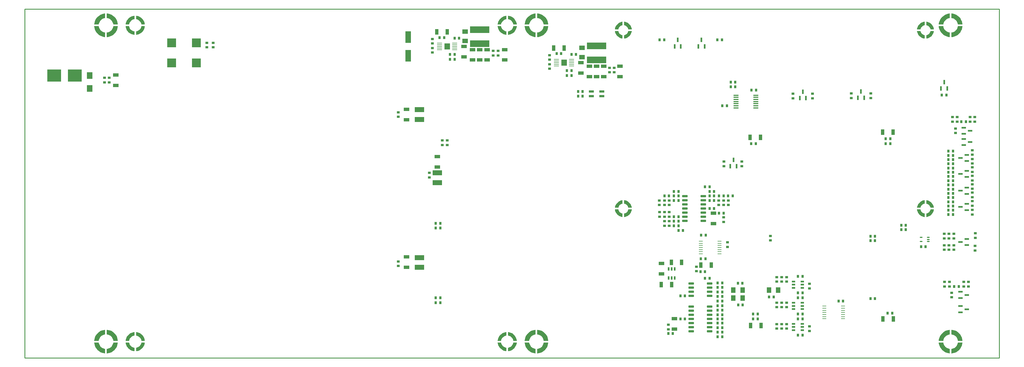
<source format=gtp>
G04 Layer_Color=10723209*
%FSLAX43Y43*%
%MOMM*%
G71*
G01*
G75*
%ADD10R,2.700X2.700*%
%ADD11O,0.800X0.400*%
%ADD13R,6.000X2.000*%
%ADD14R,0.600X1.000*%
%ADD15R,1.350X0.600*%
%ADD16R,1.800X1.340*%
%ADD17R,1.800X2.000*%
%ADD18R,0.900X0.800*%
%ADD20R,4.240X3.810*%
%ADD21R,0.800X0.900*%
%ADD22R,1.800X3.550*%
G04:AMPARAMS|DCode=24|XSize=0.65mm|YSize=1.65mm|CornerRadius=0.049mm|HoleSize=0mm|Usage=FLASHONLY|Rotation=90.000|XOffset=0mm|YOffset=0mm|HoleType=Round|Shape=RoundedRectangle|*
%AMROUNDEDRECTD24*
21,1,0.650,1.552,0,0,90.0*
21,1,0.552,1.650,0,0,90.0*
1,1,0.098,0.776,0.276*
1,1,0.098,0.776,-0.276*
1,1,0.098,-0.776,-0.276*
1,1,0.098,-0.776,0.276*
%
%ADD24ROUNDEDRECTD24*%
%ADD25R,2.900X1.500*%
%ADD26R,1.000X1.700*%
%ADD27R,1.600X0.800*%
%ADD28R,1.700X1.000*%
G04:AMPARAMS|DCode=30|XSize=1.73mm|YSize=1.9mm|CornerRadius=0.052mm|HoleSize=0mm|Usage=FLASHONLY|Rotation=0.000|XOffset=0mm|YOffset=0mm|HoleType=Round|Shape=RoundedRectangle|*
%AMROUNDEDRECTD30*
21,1,1.730,1.796,0,0,0.0*
21,1,1.626,1.900,0,0,0.0*
1,1,0.104,0.813,-0.898*
1,1,0.104,-0.813,-0.898*
1,1,0.104,-0.813,0.898*
1,1,0.104,0.813,0.898*
%
%ADD30ROUNDEDRECTD30*%
%ADD31R,1.340X1.800*%
%ADD32R,0.600X1.350*%
%ADD33R,1.000X0.600*%
%ADD42C,0.254*%
%ADD83O,1.300X0.250*%
G04:AMPARAMS|DCode=84|XSize=0.35mm|YSize=1.5mm|CornerRadius=0mm|HoleSize=0mm|Usage=FLASHONLY|Rotation=90.000|XOffset=0mm|YOffset=0mm|HoleType=Round|Shape=RoundedRectangle|*
%AMROUNDEDRECTD84*
21,1,0.350,1.500,0,0,90.0*
21,1,0.350,1.500,0,0,90.0*
1,1,0.000,0.750,0.175*
1,1,0.000,0.750,-0.175*
1,1,0.000,-0.750,-0.175*
1,1,0.000,-0.750,0.175*
%
%ADD84ROUNDEDRECTD84*%
G04:AMPARAMS|DCode=85|XSize=0.2mm|YSize=1.45mm|CornerRadius=0mm|HoleSize=0mm|Usage=FLASHONLY|Rotation=90.000|XOffset=0mm|YOffset=0mm|HoleType=Round|Shape=RoundedRectangle|*
%AMROUNDEDRECTD85*
21,1,0.200,1.450,0,0,90.0*
21,1,0.200,1.450,0,0,90.0*
1,1,0.000,0.725,0.100*
1,1,0.000,0.725,-0.100*
1,1,0.000,-0.725,-0.100*
1,1,0.000,-0.725,0.100*
%
%ADD85ROUNDEDRECTD85*%
G36*
X157250Y8641D02*
Y7236D01*
X157250D01*
Y7236D01*
X157063Y7207D01*
X156699Y7103D01*
X156358Y6938D01*
X156049Y6719D01*
X155781Y6452D01*
X155562Y6143D01*
X155398Y5801D01*
X155293Y5437D01*
X155264Y5250D01*
Y5250D01*
X153859D01*
X153874Y5468D01*
X153955Y5897D01*
X154087Y6313D01*
X154268Y6710D01*
X154495Y7083D01*
X154765Y7427D01*
X155074Y7735D01*
X155417Y8005D01*
X155790Y8232D01*
X156187Y8413D01*
X156603Y8545D01*
X157032Y8626D01*
X157250Y8641D01*
D01*
X157250D01*
X157250D01*
D02*
G37*
G36*
X182720Y45750D02*
X182744Y45632D01*
X182820Y45402D01*
X182930Y45188D01*
X183072Y44993D01*
X183243Y44822D01*
X183438Y44680D01*
X183652Y44570D01*
X183882Y44494D01*
X184000Y44470D01*
X184000Y44470D01*
X184000D01*
X184000Y43412D01*
X183777Y43434D01*
X183344Y43553D01*
X182938Y43744D01*
X182570Y44003D01*
X182253Y44320D01*
X181994Y44688D01*
X181803Y45094D01*
X181684Y45527D01*
X181662Y45750D01*
Y45750D01*
X182721D01*
X182720Y45750D01*
D02*
G37*
G36*
X275720D02*
X275744Y45632D01*
X275820Y45402D01*
X275930Y45188D01*
X276072Y44993D01*
X276243Y44822D01*
X276438Y44680D01*
X276652Y44570D01*
X276882Y44494D01*
X277000Y44470D01*
X277000Y44470D01*
X277000D01*
X277000Y43412D01*
X276777Y43434D01*
X276344Y43553D01*
X275938Y43744D01*
X275570Y44003D01*
X275253Y44320D01*
X274994Y44688D01*
X274803Y45094D01*
X274684Y45527D01*
X274662Y45750D01*
Y45750D01*
X275721D01*
X275720Y45750D01*
D02*
G37*
G36*
X149008Y7917D02*
X149509Y7784D01*
X149978Y7566D01*
X150403Y7269D01*
X150769Y6903D01*
X151066Y6478D01*
X151284Y6009D01*
X151417Y5508D01*
X151439Y5250D01*
X151439D01*
X151439Y5250D01*
Y5250D01*
X150383D01*
X150383Y5250D01*
X150357Y5403D01*
X150267Y5699D01*
X150129Y5977D01*
X149949Y6229D01*
X149729Y6449D01*
X149477Y6629D01*
X149200Y6767D01*
X148903Y6857D01*
X148750Y6883D01*
X148750Y6883D01*
X148750D01*
X148750Y7939D01*
X149008Y7917D01*
D02*
G37*
G36*
X33750Y6883D02*
X33750Y6883D01*
X33597Y6857D01*
X33301Y6767D01*
X33023Y6629D01*
X32771Y6449D01*
X32551Y6229D01*
X32371Y5977D01*
X32233Y5700D01*
X32143Y5403D01*
X32117Y5250D01*
Y5250D01*
X31061Y5250D01*
X31083Y5508D01*
X31216Y6009D01*
X31434Y6478D01*
X31731Y6903D01*
X32097Y7269D01*
X32522Y7566D01*
X32991Y7784D01*
X33492Y7917D01*
X33750Y7939D01*
Y6883D01*
D02*
G37*
G36*
X34508Y7917D02*
X35009Y7784D01*
X35478Y7566D01*
X35903Y7269D01*
X36269Y6903D01*
X36566Y6478D01*
X36784Y6009D01*
X36917Y5508D01*
X36939Y5250D01*
X36939D01*
X36939Y5250D01*
Y5250D01*
X35883D01*
X35883Y5250D01*
X35857Y5403D01*
X35767Y5699D01*
X35629Y5977D01*
X35449Y6229D01*
X35229Y6449D01*
X34977Y6629D01*
X34700Y6767D01*
X34403Y6857D01*
X34250Y6883D01*
X34250Y6883D01*
X34250D01*
X34250Y7939D01*
X34508Y7917D01*
D02*
G37*
G36*
X148250Y6883D02*
X148250Y6883D01*
X148097Y6857D01*
X147801Y6767D01*
X147523Y6629D01*
X147271Y6449D01*
X147051Y6229D01*
X146871Y5977D01*
X146733Y5700D01*
X146643Y5403D01*
X146617Y5250D01*
Y5250D01*
X145561Y5250D01*
X145583Y5508D01*
X145716Y6009D01*
X145934Y6478D01*
X146231Y6903D01*
X146597Y7269D01*
X147022Y7566D01*
X147491Y7784D01*
X147992Y7917D01*
X148250Y7939D01*
Y6883D01*
D02*
G37*
G36*
X184000Y47529D02*
X184000Y47530D01*
X183882Y47506D01*
X183652Y47430D01*
X183438Y47320D01*
X183243Y47178D01*
X183072Y47007D01*
X182930Y46812D01*
X182820Y46598D01*
X182744Y46368D01*
X182720Y46250D01*
X182720D01*
Y46250D01*
X181662D01*
X181684Y46473D01*
X181803Y46906D01*
X181994Y47312D01*
X182253Y47680D01*
X182570Y47997D01*
X182938Y48256D01*
X183344Y48447D01*
X183777Y48566D01*
X184000Y48588D01*
Y48588D01*
X184000D01*
Y47529D01*
D02*
G37*
G36*
X277000D02*
X277000Y47530D01*
X276882Y47506D01*
X276652Y47430D01*
X276438Y47320D01*
X276243Y47178D01*
X276072Y47007D01*
X275930Y46812D01*
X275820Y46598D01*
X275744Y46368D01*
X275720Y46250D01*
X275720D01*
Y46250D01*
X274662D01*
X274684Y46473D01*
X274803Y46906D01*
X274994Y47312D01*
X275253Y47680D01*
X275570Y47997D01*
X275938Y48256D01*
X276344Y48447D01*
X276777Y48566D01*
X277000Y48588D01*
Y48588D01*
X277000D01*
Y47529D01*
D02*
G37*
G36*
X182720Y100750D02*
X182744Y100632D01*
X182820Y100402D01*
X182930Y100188D01*
X183072Y99993D01*
X183243Y99822D01*
X183438Y99680D01*
X183652Y99570D01*
X183882Y99494D01*
X184000Y99470D01*
X184000Y99470D01*
X184000D01*
X184000Y98412D01*
X183777Y98434D01*
X183344Y98553D01*
X182938Y98744D01*
X182570Y99003D01*
X182253Y99320D01*
X181994Y99687D01*
X181803Y100094D01*
X181684Y100527D01*
X181662Y100750D01*
Y100750D01*
X182721D01*
X182720Y100750D01*
D02*
G37*
G36*
X277723Y48566D02*
X278156Y48447D01*
X278562Y48256D01*
X278930Y47997D01*
X279247Y47680D01*
X279506Y47312D01*
X279697Y46906D01*
X279816Y46473D01*
X279838Y46250D01*
X279838Y46250D01*
Y46250D01*
X278779D01*
X278780Y46250D01*
X278756Y46368D01*
X278680Y46598D01*
X278570Y46812D01*
X278428Y47007D01*
X278257Y47178D01*
X278062Y47320D01*
X277848Y47430D01*
X277618Y47506D01*
X277500Y47530D01*
X277500D01*
Y48588D01*
X277723Y48566D01*
D02*
G37*
G36*
X186838Y45750D02*
X186816Y45527D01*
X186697Y45094D01*
X186506Y44688D01*
X186247Y44320D01*
X185930Y44003D01*
X185562Y43744D01*
X185156Y43553D01*
X184723Y43434D01*
X184500Y43412D01*
X184500D01*
Y44471D01*
X184500Y44470D01*
X184618Y44494D01*
X184848Y44570D01*
X185062Y44680D01*
X185257Y44822D01*
X185428Y44993D01*
X185570Y45188D01*
X185680Y45402D01*
X185756Y45632D01*
X185780Y45750D01*
Y45750D01*
Y45750D01*
X186838Y45750D01*
D02*
G37*
G36*
X279838D02*
X279816Y45527D01*
X279697Y45094D01*
X279506Y44688D01*
X279247Y44320D01*
X278930Y44003D01*
X278562Y43744D01*
X278156Y43553D01*
X277723Y43434D01*
X277500Y43412D01*
X277500D01*
Y44471D01*
X277500Y44470D01*
X277618Y44494D01*
X277848Y44570D01*
X278062Y44680D01*
X278257Y44822D01*
X278428Y44993D01*
X278570Y45188D01*
X278680Y45402D01*
X278756Y45632D01*
X278780Y45750D01*
Y45750D01*
Y45750D01*
X279838Y45750D01*
D02*
G37*
G36*
X184723Y48566D02*
X185156Y48447D01*
X185562Y48256D01*
X185930Y47997D01*
X186247Y47680D01*
X186506Y47312D01*
X186697Y46906D01*
X186816Y46473D01*
X186838Y46250D01*
X186838Y46250D01*
Y46250D01*
X185779D01*
X185780Y46250D01*
X185756Y46368D01*
X185680Y46598D01*
X185570Y46812D01*
X185428Y47007D01*
X185257Y47178D01*
X185062Y47320D01*
X184848Y47430D01*
X184618Y47506D01*
X184500Y47530D01*
X184500D01*
Y48588D01*
X184723Y48566D01*
D02*
G37*
G36*
X157968Y8626D02*
X158397Y8545D01*
X158813Y8413D01*
X159210Y8232D01*
X159583Y8005D01*
X159927Y7735D01*
X160235Y7426D01*
X160505Y7083D01*
X160732Y6710D01*
X160913Y6313D01*
X161045Y5897D01*
X161126Y5468D01*
X161141Y5250D01*
D01*
Y5250D01*
Y5250D01*
X159736D01*
Y5250D01*
X159736Y5250D01*
X159707Y5437D01*
X159603Y5801D01*
X159438Y6142D01*
X159219Y6451D01*
X158952Y6719D01*
X158643Y6938D01*
X158301Y7102D01*
X157937Y7207D01*
X157750Y7236D01*
X157750Y7236D01*
Y8641D01*
X157968Y8626D01*
D02*
G37*
G36*
X36917Y4492D02*
X36784Y3991D01*
X36566Y3522D01*
X36269Y3097D01*
X35903Y2731D01*
X35478Y2434D01*
X35009Y2216D01*
X34508Y2083D01*
X34250Y2061D01*
D01*
X34250D01*
X34250D01*
Y3117D01*
X34250D01*
X34403Y3143D01*
X34699Y3233D01*
X34977Y3371D01*
X35229Y3551D01*
X35449Y3771D01*
X35629Y4023D01*
X35767Y4300D01*
X35857Y4597D01*
X35883Y4750D01*
X35883D01*
Y4750D01*
X36939D01*
X36917Y4492D01*
D02*
G37*
G36*
X146617Y4750D02*
X146643Y4597D01*
X146733Y4301D01*
X146871Y4023D01*
X147051Y3771D01*
X147271Y3551D01*
X147523Y3371D01*
X147800Y3233D01*
X148097Y3143D01*
X148250Y3117D01*
X148250D01*
Y2061D01*
X147992Y2083D01*
X147491Y2216D01*
X147022Y2434D01*
X146597Y2731D01*
X146231Y3097D01*
X145934Y3522D01*
X145716Y3991D01*
X145583Y4492D01*
X145561Y4750D01*
X146617D01*
Y4750D01*
D02*
G37*
G36*
X151417Y4492D02*
X151284Y3991D01*
X151066Y3522D01*
X150769Y3097D01*
X150403Y2731D01*
X149978Y2434D01*
X149509Y2216D01*
X149008Y2083D01*
X148750Y2061D01*
D01*
X148750D01*
X148750D01*
Y3117D01*
X148750D01*
X148903Y3143D01*
X149199Y3233D01*
X149477Y3371D01*
X149729Y3551D01*
X149949Y3771D01*
X150129Y4023D01*
X150267Y4300D01*
X150357Y4597D01*
X150383Y4750D01*
X150383D01*
Y4750D01*
X151439D01*
X151417Y4492D01*
D02*
G37*
G36*
X32117Y4750D02*
X32143Y4597D01*
X32233Y4301D01*
X32371Y4023D01*
X32551Y3771D01*
X32771Y3551D01*
X33023Y3371D01*
X33300Y3233D01*
X33597Y3143D01*
X33750Y3117D01*
X33750D01*
Y2061D01*
X33492Y2083D01*
X32991Y2216D01*
X32522Y2434D01*
X32097Y2731D01*
X31731Y3097D01*
X31434Y3522D01*
X31216Y3991D01*
X31083Y4492D01*
X31061Y4750D01*
X32117D01*
Y4750D01*
D02*
G37*
G36*
X28641Y4750D02*
X28626Y4532D01*
X28545Y4103D01*
X28413Y3687D01*
X28232Y3290D01*
X28005Y2917D01*
X27735Y2573D01*
X27427Y2265D01*
X27083Y1995D01*
X26710Y1768D01*
X26313Y1587D01*
X25897Y1455D01*
X25468Y1373D01*
X25250Y1359D01*
X25250Y1359D01*
Y2764D01*
X25250D01*
X25437Y2793D01*
X25801Y2897D01*
X26142Y3062D01*
X26451Y3281D01*
X26719Y3548D01*
X26938Y3857D01*
X27102Y4199D01*
X27207Y4563D01*
X27236Y4750D01*
X27236Y4750D01*
X28641D01*
Y4750D01*
D02*
G37*
G36*
X288641D02*
X288626Y4532D01*
X288545Y4103D01*
X288413Y3687D01*
X288232Y3290D01*
X288005Y2917D01*
X287735Y2573D01*
X287427Y2265D01*
X287083Y1995D01*
X286710Y1768D01*
X286313Y1587D01*
X285897Y1455D01*
X285468Y1373D01*
X285250Y1359D01*
X285250Y1359D01*
Y2764D01*
X285250D01*
X285437Y2793D01*
X285801Y2897D01*
X286142Y3062D01*
X286451Y3281D01*
X286719Y3548D01*
X286938Y3857D01*
X287102Y4199D01*
X287207Y4563D01*
X287236Y4750D01*
X287236Y4750D01*
X288641D01*
Y4750D01*
D02*
G37*
G36*
X161141Y4750D02*
X161126Y4532D01*
X161045Y4103D01*
X160913Y3687D01*
X160732Y3290D01*
X160505Y2917D01*
X160235Y2573D01*
X159926Y2265D01*
X159583Y1995D01*
X159210Y1768D01*
X158813Y1587D01*
X158397Y1455D01*
X157968Y1374D01*
X157750Y1359D01*
X157750Y1359D01*
Y2764D01*
X157750D01*
X157937Y2793D01*
X158301Y2897D01*
X158642Y3062D01*
X158951Y3281D01*
X159219Y3548D01*
X159438Y3857D01*
X159602Y4199D01*
X159707Y4563D01*
X159736Y4750D01*
X159736Y4750D01*
X161141D01*
Y4750D01*
D02*
G37*
G36*
X285468Y8626D02*
X285897Y8545D01*
X286313Y8413D01*
X286710Y8232D01*
X287083Y8005D01*
X287427Y7735D01*
X287735Y7426D01*
X288005Y7083D01*
X288232Y6710D01*
X288413Y6313D01*
X288545Y5897D01*
X288626Y5468D01*
X288641Y5250D01*
D01*
Y5250D01*
Y5250D01*
X287236D01*
Y5250D01*
X287236Y5250D01*
X287207Y5437D01*
X287103Y5801D01*
X286938Y6142D01*
X286719Y6451D01*
X286452Y6719D01*
X286143Y6938D01*
X285801Y7102D01*
X285437Y7207D01*
X285250Y7236D01*
X285250Y7236D01*
Y8641D01*
X285468Y8626D01*
D02*
G37*
G36*
X24750Y8641D02*
Y7236D01*
X24750D01*
Y7236D01*
X24563Y7207D01*
X24199Y7102D01*
X23858Y6938D01*
X23549Y6719D01*
X23281Y6452D01*
X23062Y6143D01*
X22898Y5801D01*
X22793Y5437D01*
X22764Y5250D01*
Y5250D01*
X21359D01*
X21374Y5468D01*
X21455Y5897D01*
X21587Y6313D01*
X21768Y6710D01*
X21995Y7083D01*
X22265Y7427D01*
X22573Y7735D01*
X22917Y8005D01*
X23290Y8232D01*
X23687Y8413D01*
X24103Y8545D01*
X24532Y8626D01*
X24750Y8641D01*
D01*
X24750D01*
X24750D01*
D02*
G37*
G36*
X284750D02*
Y7236D01*
X284750D01*
Y7236D01*
X284563Y7207D01*
X284199Y7102D01*
X283858Y6938D01*
X283549Y6719D01*
X283281Y6452D01*
X283062Y6143D01*
X282898Y5801D01*
X282793Y5437D01*
X282764Y5250D01*
Y5250D01*
X281359D01*
X281374Y5468D01*
X281455Y5897D01*
X281587Y6313D01*
X281768Y6710D01*
X281995Y7083D01*
X282265Y7427D01*
X282573Y7735D01*
X282917Y8005D01*
X283290Y8232D01*
X283687Y8413D01*
X284103Y8545D01*
X284532Y8626D01*
X284750Y8641D01*
D01*
X284750D01*
X284750D01*
D02*
G37*
G36*
X25468Y8626D02*
X25897Y8545D01*
X26313Y8413D01*
X26710Y8232D01*
X27083Y8005D01*
X27427Y7735D01*
X27735Y7426D01*
X28005Y7083D01*
X28232Y6710D01*
X28413Y6313D01*
X28545Y5897D01*
X28626Y5468D01*
X28641Y5250D01*
D01*
Y5250D01*
Y5250D01*
X27236D01*
Y5250D01*
X27236Y5250D01*
X27207Y5437D01*
X27103Y5801D01*
X26938Y6142D01*
X26719Y6451D01*
X26452Y6719D01*
X26143Y6938D01*
X25801Y7102D01*
X25437Y7207D01*
X25250Y7236D01*
X25250Y7236D01*
Y8641D01*
X25468Y8626D01*
D02*
G37*
G36*
X22793Y4563D02*
X22897Y4199D01*
X23062Y3858D01*
X23281Y3549D01*
X23548Y3281D01*
X23857Y3062D01*
X24199Y2898D01*
X24563Y2793D01*
X24750Y2764D01*
X24750D01*
Y1359D01*
X24750Y1359D01*
X24532Y1374D01*
X24103Y1455D01*
X23687Y1587D01*
X23290Y1768D01*
X22917Y1995D01*
X22573Y2265D01*
X22265Y2573D01*
X21995Y2917D01*
X21768Y3290D01*
X21587Y3687D01*
X21455Y4103D01*
X21374Y4532D01*
X21359Y4750D01*
X21359Y4750D01*
X22764D01*
Y4750D01*
X22793Y4563D01*
D02*
G37*
G36*
X282793D02*
X282897Y4199D01*
X283062Y3858D01*
X283281Y3549D01*
X283548Y3281D01*
X283857Y3062D01*
X284199Y2898D01*
X284563Y2793D01*
X284750Y2764D01*
X284750D01*
Y1359D01*
X284750Y1359D01*
X284532Y1374D01*
X284103Y1455D01*
X283687Y1587D01*
X283290Y1768D01*
X282917Y1995D01*
X282573Y2265D01*
X282265Y2573D01*
X281995Y2917D01*
X281768Y3290D01*
X281587Y3687D01*
X281455Y4103D01*
X281374Y4532D01*
X281359Y4750D01*
X281359Y4750D01*
X282764D01*
Y4750D01*
X282793Y4563D01*
D02*
G37*
G36*
X155293Y4563D02*
X155397Y4199D01*
X155562Y3858D01*
X155781Y3549D01*
X156048Y3281D01*
X156357Y3062D01*
X156699Y2898D01*
X157063Y2793D01*
X157250Y2764D01*
X157250D01*
Y1359D01*
X157250Y1359D01*
X157032Y1374D01*
X156603Y1455D01*
X156187Y1587D01*
X155790Y1768D01*
X155417Y1995D01*
X155073Y2265D01*
X154765Y2573D01*
X154495Y2917D01*
X154268Y3290D01*
X154087Y3687D01*
X153955Y4103D01*
X153874Y4532D01*
X153859Y4750D01*
X153859Y4750D01*
X155264D01*
Y4750D01*
X155293Y4563D01*
D02*
G37*
G36*
X275720Y100750D02*
X275744Y100632D01*
X275820Y100402D01*
X275930Y100188D01*
X276072Y99993D01*
X276243Y99822D01*
X276438Y99680D01*
X276652Y99570D01*
X276882Y99494D01*
X277000Y99470D01*
X277000Y99470D01*
X277000D01*
X277000Y98412D01*
X276777Y98434D01*
X276344Y98553D01*
X275938Y98744D01*
X275570Y99003D01*
X275253Y99320D01*
X274994Y99687D01*
X274803Y100094D01*
X274684Y100527D01*
X274662Y100750D01*
Y100750D01*
X275721D01*
X275720Y100750D01*
D02*
G37*
G36*
X33750Y104383D02*
X33750Y104383D01*
X33597Y104357D01*
X33301Y104267D01*
X33023Y104129D01*
X32771Y103949D01*
X32551Y103729D01*
X32371Y103477D01*
X32233Y103200D01*
X32143Y102903D01*
X32117Y102750D01*
Y102750D01*
X31061Y102750D01*
X31083Y103008D01*
X31216Y103509D01*
X31434Y103978D01*
X31731Y104403D01*
X32097Y104769D01*
X32522Y105066D01*
X32991Y105284D01*
X33492Y105417D01*
X33750Y105439D01*
Y104383D01*
D02*
G37*
G36*
X34508Y105417D02*
X35009Y105284D01*
X35478Y105066D01*
X35903Y104769D01*
X36269Y104403D01*
X36566Y103978D01*
X36784Y103509D01*
X36917Y103008D01*
X36939Y102750D01*
X36939D01*
X36939Y102750D01*
Y102750D01*
X35883D01*
X35883Y102750D01*
X35857Y102903D01*
X35767Y103199D01*
X35629Y103477D01*
X35449Y103729D01*
X35229Y103949D01*
X34977Y104129D01*
X34700Y104267D01*
X34403Y104357D01*
X34250Y104383D01*
X34250Y104383D01*
X34250D01*
X34250Y105439D01*
X34508Y105417D01*
D02*
G37*
G36*
X148250Y104383D02*
X148250Y104383D01*
X148097Y104357D01*
X147801Y104267D01*
X147523Y104129D01*
X147271Y103949D01*
X147051Y103729D01*
X146871Y103477D01*
X146733Y103200D01*
X146643Y102903D01*
X146617Y102750D01*
Y102750D01*
X145561Y102750D01*
X145583Y103008D01*
X145716Y103509D01*
X145934Y103978D01*
X146231Y104403D01*
X146597Y104769D01*
X147022Y105066D01*
X147491Y105284D01*
X147992Y105417D01*
X148250Y105439D01*
Y104383D01*
D02*
G37*
G36*
X285468Y106126D02*
X285897Y106045D01*
X286313Y105913D01*
X286710Y105732D01*
X287083Y105505D01*
X287427Y105235D01*
X287735Y104926D01*
X288005Y104583D01*
X288232Y104210D01*
X288413Y103813D01*
X288545Y103397D01*
X288626Y102968D01*
X288641Y102750D01*
D01*
Y102750D01*
Y102750D01*
X287236D01*
Y102750D01*
X287236Y102750D01*
X287207Y102937D01*
X287103Y103301D01*
X286938Y103642D01*
X286719Y103951D01*
X286452Y104219D01*
X286143Y104438D01*
X285801Y104602D01*
X285437Y104707D01*
X285250Y104736D01*
X285250Y104736D01*
Y106141D01*
X285468Y106126D01*
D02*
G37*
G36*
X277000Y102529D02*
X277000Y102530D01*
X276882Y102506D01*
X276652Y102430D01*
X276438Y102320D01*
X276243Y102178D01*
X276072Y102007D01*
X275930Y101812D01*
X275820Y101598D01*
X275744Y101368D01*
X275720Y101250D01*
X275720D01*
Y101250D01*
X274662D01*
X274684Y101473D01*
X274803Y101906D01*
X274994Y102312D01*
X275253Y102680D01*
X275570Y102997D01*
X275938Y103256D01*
X276344Y103447D01*
X276777Y103566D01*
X277000Y103588D01*
Y103588D01*
X277000D01*
Y102529D01*
D02*
G37*
G36*
X25468Y106126D02*
X25897Y106045D01*
X26313Y105913D01*
X26710Y105732D01*
X27083Y105505D01*
X27427Y105235D01*
X27735Y104926D01*
X28005Y104583D01*
X28232Y104210D01*
X28413Y103813D01*
X28545Y103397D01*
X28626Y102968D01*
X28641Y102750D01*
D01*
Y102750D01*
Y102750D01*
X27236D01*
Y102750D01*
X27236Y102750D01*
X27207Y102937D01*
X27103Y103301D01*
X26938Y103642D01*
X26719Y103951D01*
X26452Y104219D01*
X26143Y104438D01*
X25801Y104602D01*
X25437Y104707D01*
X25250Y104736D01*
X25250Y104736D01*
Y106141D01*
X25468Y106126D01*
D02*
G37*
G36*
X157968D02*
X158397Y106045D01*
X158813Y105913D01*
X159210Y105732D01*
X159583Y105505D01*
X159927Y105235D01*
X160235Y104926D01*
X160505Y104583D01*
X160732Y104210D01*
X160913Y103813D01*
X161045Y103397D01*
X161126Y102968D01*
X161141Y102750D01*
D01*
Y102750D01*
Y102750D01*
X159736D01*
Y102750D01*
X159736Y102750D01*
X159707Y102937D01*
X159603Y103301D01*
X159438Y103642D01*
X159219Y103951D01*
X158952Y104219D01*
X158643Y104438D01*
X158301Y104602D01*
X157937Y104707D01*
X157750Y104736D01*
X157750Y104736D01*
Y106141D01*
X157968Y106126D01*
D02*
G37*
G36*
X24750Y106141D02*
D01*
X24750D01*
X24750D01*
D02*
G37*
G36*
X157250D02*
D01*
X157250D01*
X157250D01*
D02*
G37*
G36*
X284750D02*
D01*
X284750D01*
X284750D01*
D02*
G37*
G36*
Y104736D02*
X284750D01*
Y104736D01*
X284563Y104707D01*
X284199Y104603D01*
X283858Y104438D01*
X283549Y104219D01*
X283281Y103952D01*
X283062Y103643D01*
X282898Y103301D01*
X282793Y102937D01*
X282764Y102750D01*
Y102750D01*
X281359D01*
X281374Y102968D01*
X281455Y103397D01*
X281587Y103813D01*
X281768Y104210D01*
X281995Y104583D01*
X282265Y104927D01*
X282573Y105235D01*
X282917Y105505D01*
X283290Y105732D01*
X283687Y105913D01*
X284103Y106045D01*
X284532Y106126D01*
X284750Y106141D01*
Y104736D01*
D02*
G37*
G36*
X149008Y105417D02*
X149509Y105284D01*
X149978Y105066D01*
X150403Y104769D01*
X150769Y104403D01*
X151066Y103978D01*
X151284Y103509D01*
X151417Y103008D01*
X151439Y102750D01*
X151439D01*
X151439Y102750D01*
Y102750D01*
X150383D01*
X150383Y102750D01*
X150357Y102903D01*
X150267Y103199D01*
X150129Y103477D01*
X149949Y103729D01*
X149729Y103949D01*
X149477Y104129D01*
X149200Y104267D01*
X148903Y104357D01*
X148750Y104383D01*
X148750Y104383D01*
X148750D01*
X148750Y105439D01*
X149008Y105417D01*
D02*
G37*
G36*
X24750Y104736D02*
X24750D01*
Y104736D01*
X24563Y104707D01*
X24199Y104603D01*
X23858Y104438D01*
X23549Y104219D01*
X23281Y103952D01*
X23062Y103643D01*
X22898Y103301D01*
X22793Y102937D01*
X22764Y102750D01*
Y102750D01*
X21359D01*
X21374Y102968D01*
X21455Y103397D01*
X21587Y103813D01*
X21768Y104210D01*
X21995Y104583D01*
X22265Y104927D01*
X22573Y105235D01*
X22917Y105505D01*
X23290Y105732D01*
X23687Y105913D01*
X24103Y106045D01*
X24532Y106126D01*
X24750Y106141D01*
Y104736D01*
D02*
G37*
G36*
X157250D02*
X157250D01*
Y104736D01*
X157063Y104707D01*
X156699Y104603D01*
X156358Y104438D01*
X156049Y104219D01*
X155781Y103952D01*
X155562Y103643D01*
X155398Y103301D01*
X155293Y102937D01*
X155264Y102750D01*
Y102750D01*
X153859D01*
X153874Y102968D01*
X153955Y103397D01*
X154087Y103813D01*
X154268Y104210D01*
X154495Y104583D01*
X154765Y104927D01*
X155074Y105235D01*
X155417Y105505D01*
X155790Y105732D01*
X156187Y105913D01*
X156603Y106045D01*
X157032Y106126D01*
X157250Y106141D01*
Y104736D01*
D02*
G37*
G36*
X184000Y102529D02*
X184000Y102530D01*
X183882Y102506D01*
X183652Y102430D01*
X183438Y102320D01*
X183243Y102178D01*
X183072Y102007D01*
X182930Y101812D01*
X182820Y101598D01*
X182744Y101368D01*
X182720Y101250D01*
X182720D01*
Y101250D01*
X181662D01*
X181684Y101473D01*
X181803Y101906D01*
X181994Y102312D01*
X182253Y102680D01*
X182570Y102997D01*
X182938Y103256D01*
X183344Y103447D01*
X183777Y103566D01*
X184000Y103588D01*
Y103588D01*
X184000D01*
Y102529D01*
D02*
G37*
G36*
X279838Y100750D02*
X279816Y100527D01*
X279697Y100094D01*
X279506Y99688D01*
X279247Y99320D01*
X278930Y99003D01*
X278562Y98744D01*
X278156Y98553D01*
X277723Y98434D01*
X277500Y98412D01*
X277500D01*
Y99471D01*
X277500Y99470D01*
X277618Y99494D01*
X277848Y99570D01*
X278062Y99680D01*
X278257Y99822D01*
X278428Y99993D01*
X278570Y100188D01*
X278680Y100402D01*
X278756Y100632D01*
X278780Y100750D01*
Y100750D01*
Y100750D01*
X279838Y100750D01*
D02*
G37*
G36*
X32117Y102250D02*
X32143Y102097D01*
X32233Y101801D01*
X32371Y101523D01*
X32551Y101271D01*
X32771Y101051D01*
X33023Y100871D01*
X33300Y100733D01*
X33597Y100643D01*
X33750Y100617D01*
X33750D01*
Y99561D01*
X33492Y99583D01*
X32991Y99716D01*
X32522Y99934D01*
X32097Y100231D01*
X31731Y100597D01*
X31434Y101022D01*
X31216Y101491D01*
X31083Y101992D01*
X31061Y102250D01*
X32117D01*
Y102250D01*
D02*
G37*
G36*
X36917Y101992D02*
X36784Y101491D01*
X36566Y101022D01*
X36269Y100597D01*
X35903Y100231D01*
X35478Y99934D01*
X35009Y99716D01*
X34508Y99583D01*
X34250Y99561D01*
D01*
X34250D01*
X34250D01*
Y100617D01*
X34250D01*
X34403Y100643D01*
X34699Y100733D01*
X34977Y100871D01*
X35229Y101051D01*
X35449Y101271D01*
X35629Y101523D01*
X35767Y101800D01*
X35857Y102097D01*
X35883Y102250D01*
X35883D01*
Y102250D01*
X36939D01*
X36917Y101992D01*
D02*
G37*
G36*
X186838Y100750D02*
X186816Y100527D01*
X186697Y100094D01*
X186506Y99688D01*
X186247Y99320D01*
X185930Y99003D01*
X185562Y98744D01*
X185156Y98553D01*
X184723Y98434D01*
X184500Y98412D01*
X184500D01*
Y99471D01*
X184500Y99470D01*
X184618Y99494D01*
X184848Y99570D01*
X185062Y99680D01*
X185257Y99822D01*
X185428Y99993D01*
X185570Y100188D01*
X185680Y100402D01*
X185756Y100632D01*
X185780Y100750D01*
Y100750D01*
Y100750D01*
X186838Y100750D01*
D02*
G37*
G36*
X28641Y102250D02*
X28626Y102032D01*
X28545Y101603D01*
X28413Y101187D01*
X28232Y100790D01*
X28005Y100417D01*
X27735Y100073D01*
X27427Y99765D01*
X27083Y99495D01*
X26710Y99268D01*
X26313Y99087D01*
X25897Y98955D01*
X25468Y98874D01*
X25250Y98859D01*
X25250Y98859D01*
Y100264D01*
X25250D01*
X25437Y100293D01*
X25801Y100397D01*
X26142Y100562D01*
X26451Y100781D01*
X26719Y101048D01*
X26938Y101357D01*
X27102Y101699D01*
X27207Y102063D01*
X27236Y102250D01*
X27236Y102250D01*
X28641D01*
Y102250D01*
D02*
G37*
G36*
X161141D02*
X161126Y102032D01*
X161045Y101603D01*
X160913Y101187D01*
X160732Y100790D01*
X160505Y100417D01*
X160235Y100073D01*
X159926Y99765D01*
X159583Y99495D01*
X159210Y99268D01*
X158813Y99087D01*
X158397Y98955D01*
X157968Y98874D01*
X157750Y98859D01*
X157750Y98859D01*
Y100264D01*
X157750D01*
X157937Y100293D01*
X158301Y100397D01*
X158642Y100562D01*
X158951Y100781D01*
X159219Y101048D01*
X159438Y101357D01*
X159602Y101699D01*
X159707Y102063D01*
X159736Y102250D01*
X159736Y102250D01*
X161141D01*
Y102250D01*
D02*
G37*
G36*
X288641D02*
X288626Y102032D01*
X288545Y101603D01*
X288413Y101187D01*
X288232Y100790D01*
X288005Y100417D01*
X287735Y100073D01*
X287427Y99765D01*
X287083Y99495D01*
X286710Y99268D01*
X286313Y99087D01*
X285897Y98955D01*
X285468Y98874D01*
X285250Y98859D01*
X285250Y98859D01*
Y100264D01*
X285250D01*
X285437Y100293D01*
X285801Y100397D01*
X286142Y100562D01*
X286451Y100781D01*
X286719Y101048D01*
X286938Y101357D01*
X287102Y101699D01*
X287207Y102063D01*
X287236Y102250D01*
X287236Y102250D01*
X288641D01*
Y102250D01*
D02*
G37*
G36*
X22793Y102063D02*
X22897Y101699D01*
X23062Y101358D01*
X23281Y101049D01*
X23548Y100781D01*
X23857Y100562D01*
X24199Y100398D01*
X24563Y100293D01*
X24750Y100264D01*
X24750D01*
Y98859D01*
X24750Y98859D01*
X24532Y98874D01*
X24103Y98955D01*
X23687Y99087D01*
X23290Y99268D01*
X22917Y99495D01*
X22573Y99765D01*
X22265Y100074D01*
X21995Y100417D01*
X21768Y100790D01*
X21587Y101187D01*
X21455Y101603D01*
X21374Y102032D01*
X21359Y102250D01*
X21359Y102250D01*
X22764D01*
Y102250D01*
X22793Y102063D01*
D02*
G37*
G36*
X155293D02*
X155397Y101699D01*
X155562Y101358D01*
X155781Y101049D01*
X156048Y100781D01*
X156357Y100562D01*
X156699Y100398D01*
X157063Y100293D01*
X157250Y100264D01*
X157250D01*
Y98859D01*
X157250Y98859D01*
X157032Y98874D01*
X156603Y98955D01*
X156187Y99087D01*
X155790Y99268D01*
X155417Y99495D01*
X155073Y99765D01*
X154765Y100074D01*
X154495Y100417D01*
X154268Y100790D01*
X154087Y101187D01*
X153955Y101603D01*
X153874Y102032D01*
X153859Y102250D01*
X153859Y102250D01*
X155264D01*
Y102250D01*
X155293Y102063D01*
D02*
G37*
G36*
X282793D02*
X282897Y101699D01*
X283062Y101358D01*
X283281Y101049D01*
X283548Y100781D01*
X283857Y100562D01*
X284199Y100398D01*
X284563Y100293D01*
X284750Y100264D01*
X284750D01*
Y98859D01*
X284750Y98859D01*
X284532Y98874D01*
X284103Y98955D01*
X283687Y99087D01*
X283290Y99268D01*
X282917Y99495D01*
X282573Y99765D01*
X282265Y100074D01*
X281995Y100417D01*
X281768Y100790D01*
X281587Y101187D01*
X281455Y101603D01*
X281374Y102032D01*
X281359Y102250D01*
X281359Y102250D01*
X282764D01*
Y102250D01*
X282793Y102063D01*
D02*
G37*
G36*
X277723Y103566D02*
X278156Y103447D01*
X278562Y103256D01*
X278930Y102997D01*
X279247Y102680D01*
X279506Y102312D01*
X279697Y101906D01*
X279816Y101473D01*
X279838Y101250D01*
X279838Y101250D01*
Y101250D01*
X278779D01*
X278780Y101250D01*
X278756Y101368D01*
X278680Y101598D01*
X278570Y101812D01*
X278428Y102007D01*
X278257Y102178D01*
X278062Y102320D01*
X277848Y102430D01*
X277618Y102506D01*
X277500Y102530D01*
X277500D01*
Y103588D01*
X277723Y103566D01*
D02*
G37*
G36*
X146617Y102250D02*
X146643Y102097D01*
X146733Y101801D01*
X146871Y101523D01*
X147051Y101271D01*
X147271Y101051D01*
X147523Y100871D01*
X147800Y100733D01*
X148097Y100643D01*
X148250Y100617D01*
X148250D01*
Y99561D01*
X147992Y99583D01*
X147491Y99716D01*
X147022Y99934D01*
X146597Y100231D01*
X146231Y100597D01*
X145934Y101022D01*
X145716Y101491D01*
X145583Y101992D01*
X145561Y102250D01*
X146617D01*
Y102250D01*
D02*
G37*
G36*
X151417Y101992D02*
X151284Y101491D01*
X151066Y101022D01*
X150769Y100597D01*
X150403Y100231D01*
X149978Y99934D01*
X149509Y99716D01*
X149008Y99583D01*
X148750Y99561D01*
D01*
X148750D01*
X148750D01*
Y100617D01*
X148750D01*
X148903Y100643D01*
X149199Y100733D01*
X149477Y100871D01*
X149729Y101051D01*
X149949Y101271D01*
X150129Y101523D01*
X150267Y101800D01*
X150357Y102097D01*
X150383Y102250D01*
X150383D01*
Y102250D01*
X151439D01*
X151417Y101992D01*
D02*
G37*
G36*
X184723Y103566D02*
X185156Y103447D01*
X185562Y103256D01*
X185930Y102997D01*
X186247Y102680D01*
X186506Y102312D01*
X186697Y101906D01*
X186816Y101473D01*
X186838Y101250D01*
X186838Y101250D01*
Y101250D01*
X185779D01*
X185780Y101250D01*
X185756Y101368D01*
X185680Y101598D01*
X185570Y101812D01*
X185428Y102007D01*
X185257Y102178D01*
X185062Y102320D01*
X184848Y102430D01*
X184618Y102506D01*
X184500Y102530D01*
X184500D01*
Y103588D01*
X184723Y103566D01*
D02*
G37*
D10*
X45190Y97110D02*
D03*
X52810D02*
D03*
Y90890D02*
D03*
X45190D02*
D03*
D11*
X278100Y35850D02*
D03*
Y36500D02*
D03*
X275900Y35850D02*
D03*
Y37150D02*
D03*
X278100D02*
D03*
D13*
X176000Y96150D02*
D03*
Y91850D02*
D03*
X140000Y101150D02*
D03*
Y96850D02*
D03*
D14*
X198150Y27375D02*
D03*
X199100D02*
D03*
X200050D02*
D03*
Y24625D02*
D03*
X199100D02*
D03*
X198150D02*
D03*
D15*
X288025Y20350D02*
D03*
Y18450D02*
D03*
X289975Y19400D02*
D03*
X288025Y61600D02*
D03*
X289975Y62550D02*
D03*
Y60650D02*
D03*
X288025Y56700D02*
D03*
X289975Y57650D02*
D03*
Y55750D02*
D03*
X288025Y51500D02*
D03*
X289975Y52450D02*
D03*
Y50550D02*
D03*
X288025Y46500D02*
D03*
X289975Y47450D02*
D03*
Y45550D02*
D03*
X289975Y34750D02*
D03*
Y36650D02*
D03*
X288025Y35700D02*
D03*
X289025Y70950D02*
D03*
Y69050D02*
D03*
X290975Y70000D02*
D03*
X289025Y67450D02*
D03*
Y65550D02*
D03*
X290975Y66500D02*
D03*
X288025Y15950D02*
D03*
Y14050D02*
D03*
X289975Y15000D02*
D03*
D16*
X171500Y92670D02*
D03*
Y95530D02*
D03*
X135500Y100530D02*
D03*
Y97670D02*
D03*
D17*
X20000Y87000D02*
D03*
Y83000D02*
D03*
D18*
X241500Y9700D02*
D03*
Y8300D02*
D03*
X291700Y62600D02*
D03*
Y64000D02*
D03*
X229500Y37600D02*
D03*
Y36200D02*
D03*
X233000Y9000D02*
D03*
Y10400D02*
D03*
X231500D02*
D03*
Y9000D02*
D03*
X233000Y15600D02*
D03*
Y17000D02*
D03*
X231500D02*
D03*
Y15600D02*
D03*
X234500Y9000D02*
D03*
Y10400D02*
D03*
Y15600D02*
D03*
Y17000D02*
D03*
X233000Y24900D02*
D03*
Y23500D02*
D03*
X231500D02*
D03*
Y24900D02*
D03*
X286000Y33300D02*
D03*
Y34700D02*
D03*
Y38200D02*
D03*
Y36800D02*
D03*
X216600Y47100D02*
D03*
Y48500D02*
D03*
X195400Y44900D02*
D03*
Y43500D02*
D03*
X254400Y81500D02*
D03*
Y80100D02*
D03*
X260400Y81500D02*
D03*
Y80100D02*
D03*
X125500Y98300D02*
D03*
Y96900D02*
D03*
X161500Y93300D02*
D03*
Y91900D02*
D03*
X128500Y65600D02*
D03*
Y67000D02*
D03*
X215100Y48500D02*
D03*
Y47100D02*
D03*
X196900Y48500D02*
D03*
Y47100D02*
D03*
X195300D02*
D03*
Y48500D02*
D03*
X196900Y43500D02*
D03*
Y44900D02*
D03*
Y40700D02*
D03*
Y42100D02*
D03*
X206700Y28100D02*
D03*
Y26700D02*
D03*
X125500Y95500D02*
D03*
Y94100D02*
D03*
X144200Y94600D02*
D03*
Y93200D02*
D03*
X161500Y89100D02*
D03*
Y90500D02*
D03*
X180000Y88000D02*
D03*
Y89400D02*
D03*
X58000Y95700D02*
D03*
Y97100D02*
D03*
X26000Y84900D02*
D03*
Y86300D02*
D03*
X220730Y60470D02*
D03*
Y59070D02*
D03*
X215230Y60470D02*
D03*
Y59070D02*
D03*
X215100Y41900D02*
D03*
Y43300D02*
D03*
X115000Y75700D02*
D03*
Y74300D02*
D03*
X213600Y48500D02*
D03*
Y47100D02*
D03*
X124500Y55600D02*
D03*
Y57000D02*
D03*
X198400Y48500D02*
D03*
Y47100D02*
D03*
X115000Y29700D02*
D03*
Y28300D02*
D03*
X198400Y43500D02*
D03*
Y44900D02*
D03*
Y40700D02*
D03*
Y42100D02*
D03*
X198100Y10200D02*
D03*
Y8800D02*
D03*
X291000Y72800D02*
D03*
Y74200D02*
D03*
X285600Y72800D02*
D03*
Y74200D02*
D03*
X284500Y38200D02*
D03*
Y36800D02*
D03*
Y33300D02*
D03*
Y34700D02*
D03*
X283000Y38200D02*
D03*
Y36800D02*
D03*
Y34700D02*
D03*
Y33300D02*
D03*
X286500Y70700D02*
D03*
Y69300D02*
D03*
X216300Y35600D02*
D03*
Y34200D02*
D03*
X236500Y80000D02*
D03*
Y81400D02*
D03*
X285296Y20044D02*
D03*
Y18644D02*
D03*
X234500Y23500D02*
D03*
Y24900D02*
D03*
X130000Y67000D02*
D03*
Y65600D02*
D03*
X24500Y86300D02*
D03*
Y84900D02*
D03*
X56000Y97100D02*
D03*
Y95700D02*
D03*
X181400Y89400D02*
D03*
Y88000D02*
D03*
X145700Y94600D02*
D03*
Y93200D02*
D03*
X287000Y72800D02*
D03*
Y74200D02*
D03*
X292400Y72800D02*
D03*
Y74200D02*
D03*
X292600Y37000D02*
D03*
Y38400D02*
D03*
X292500Y34500D02*
D03*
Y33100D02*
D03*
X283100Y22000D02*
D03*
Y23400D02*
D03*
X284600Y22000D02*
D03*
Y23400D02*
D03*
X289000Y22000D02*
D03*
Y23400D02*
D03*
X290500Y22000D02*
D03*
Y23400D02*
D03*
X291700Y45600D02*
D03*
Y44200D02*
D03*
Y46900D02*
D03*
Y48300D02*
D03*
Y50900D02*
D03*
Y49500D02*
D03*
Y52100D02*
D03*
Y53500D02*
D03*
Y56100D02*
D03*
Y54700D02*
D03*
Y57300D02*
D03*
Y58700D02*
D03*
Y61300D02*
D03*
Y59900D02*
D03*
X242500Y80000D02*
D03*
Y81400D02*
D03*
X241500Y22800D02*
D03*
Y21400D02*
D03*
D20*
X9015Y87000D02*
D03*
X15385D02*
D03*
D21*
X286100Y22000D02*
D03*
X287500D02*
D03*
X238000Y7000D02*
D03*
X239400D02*
D03*
X238000Y13500D02*
D03*
X239400D02*
D03*
X238000Y20000D02*
D03*
X239400D02*
D03*
X260300Y36100D02*
D03*
X261700D02*
D03*
X271200Y39500D02*
D03*
X269800D02*
D03*
X261700Y37500D02*
D03*
X260300D02*
D03*
X269800Y40900D02*
D03*
X271200D02*
D03*
X218700Y85000D02*
D03*
X217300D02*
D03*
X218700Y83500D02*
D03*
X217300D02*
D03*
X216100Y77700D02*
D03*
X214700D02*
D03*
X170300Y80700D02*
D03*
X171700D02*
D03*
X170300Y82100D02*
D03*
X171700D02*
D03*
X250500Y17500D02*
D03*
X251900D02*
D03*
X238000Y18500D02*
D03*
X239400D02*
D03*
X210800Y52700D02*
D03*
X209400D02*
D03*
X201200Y39300D02*
D03*
X202600D02*
D03*
X209400Y24500D02*
D03*
X210800D02*
D03*
X285700Y52000D02*
D03*
X284300D02*
D03*
X285700Y50700D02*
D03*
X284300D02*
D03*
X285700Y46800D02*
D03*
X284300D02*
D03*
X285700Y45500D02*
D03*
X284300D02*
D03*
X130900Y93500D02*
D03*
X132300D02*
D03*
Y92000D02*
D03*
X130900D02*
D03*
X166900Y88500D02*
D03*
X168300D02*
D03*
Y87000D02*
D03*
X166900D02*
D03*
X212200Y48500D02*
D03*
X210800D02*
D03*
Y49900D02*
D03*
X212200D02*
D03*
X217900D02*
D03*
X216500D02*
D03*
X127900Y41500D02*
D03*
X126500D02*
D03*
X199800Y48500D02*
D03*
X201200D02*
D03*
Y49900D02*
D03*
X199800D02*
D03*
X127900Y18500D02*
D03*
X126500D02*
D03*
X199800Y43500D02*
D03*
X201200D02*
D03*
Y42100D02*
D03*
X199800D02*
D03*
X214700Y9300D02*
D03*
X213300D02*
D03*
X213300Y6500D02*
D03*
X214700D02*
D03*
X214700Y20300D02*
D03*
X213300D02*
D03*
Y23100D02*
D03*
X214700D02*
D03*
X214700Y14700D02*
D03*
X213300D02*
D03*
Y17500D02*
D03*
X214700D02*
D03*
X213700Y44600D02*
D03*
X215100D02*
D03*
X199500Y7500D02*
D03*
X198100D02*
D03*
X223700Y82500D02*
D03*
X225100D02*
D03*
X196800Y98000D02*
D03*
X195400D02*
D03*
X127700Y98700D02*
D03*
X129100D02*
D03*
X133700Y98500D02*
D03*
X132300D02*
D03*
X165100Y93800D02*
D03*
X163700D02*
D03*
X169700Y93500D02*
D03*
X168300D02*
D03*
X238000Y25100D02*
D03*
X239400D02*
D03*
X266400Y67500D02*
D03*
X265000D02*
D03*
X224200Y12000D02*
D03*
X225600D02*
D03*
X212200Y46000D02*
D03*
X210800D02*
D03*
X209500Y30500D02*
D03*
X208100D02*
D03*
X209400Y26600D02*
D03*
X208000D02*
D03*
X213700Y49900D02*
D03*
X215100D02*
D03*
X198300D02*
D03*
X196900D02*
D03*
X209600Y37800D02*
D03*
X208200D02*
D03*
X201800Y12000D02*
D03*
X203200D02*
D03*
X214700Y10700D02*
D03*
X213300D02*
D03*
Y7900D02*
D03*
X214700D02*
D03*
X214700Y18900D02*
D03*
X213300D02*
D03*
Y21700D02*
D03*
X214700D02*
D03*
X214700Y13300D02*
D03*
X213300D02*
D03*
Y16100D02*
D03*
X214700D02*
D03*
X284300Y55900D02*
D03*
X285700D02*
D03*
X284300Y57200D02*
D03*
X285700D02*
D03*
X284300Y61100D02*
D03*
X285700D02*
D03*
X284300Y62400D02*
D03*
X285700D02*
D03*
Y63700D02*
D03*
X284300D02*
D03*
X285700Y59800D02*
D03*
X284300D02*
D03*
X285700Y58500D02*
D03*
X284300D02*
D03*
X285700Y54600D02*
D03*
X284300D02*
D03*
X285700Y53300D02*
D03*
X284300D02*
D03*
X285700Y49400D02*
D03*
X284300D02*
D03*
X285700Y48100D02*
D03*
X284300D02*
D03*
X285700Y44200D02*
D03*
X284300D02*
D03*
X289700Y72800D02*
D03*
X288300D02*
D03*
X229100Y18800D02*
D03*
X230500D02*
D03*
X220900Y23000D02*
D03*
X219500D02*
D03*
X221000Y16300D02*
D03*
X219600D02*
D03*
X260300Y18300D02*
D03*
X261700D02*
D03*
X214600Y98000D02*
D03*
X213200D02*
D03*
X239400Y12000D02*
D03*
X238000D02*
D03*
X203200Y19100D02*
D03*
X201800D02*
D03*
X213300Y12000D02*
D03*
X214700D02*
D03*
X199800Y40700D02*
D03*
X201200D02*
D03*
X126500Y17000D02*
D03*
X127900D02*
D03*
X199800Y51300D02*
D03*
X201200D02*
D03*
X126500Y40000D02*
D03*
X127900D02*
D03*
X212200Y51300D02*
D03*
X210800D02*
D03*
X225600Y13500D02*
D03*
X224200D02*
D03*
X265000Y66000D02*
D03*
X266400D02*
D03*
X223600D02*
D03*
X225000D02*
D03*
X267000Y13800D02*
D03*
X265600D02*
D03*
X275900Y34300D02*
D03*
X277300D02*
D03*
X282300Y81000D02*
D03*
X283700D02*
D03*
D22*
X118000Y98875D02*
D03*
Y93125D02*
D03*
D24*
X205175Y15810D02*
D03*
Y14540D02*
D03*
Y13270D02*
D03*
Y12000D02*
D03*
Y10730D02*
D03*
Y9460D02*
D03*
Y8190D02*
D03*
X210825Y15810D02*
D03*
Y14540D02*
D03*
Y13270D02*
D03*
Y12000D02*
D03*
Y10730D02*
D03*
Y9460D02*
D03*
Y8190D02*
D03*
X205175Y22905D02*
D03*
Y21635D02*
D03*
Y20365D02*
D03*
Y19095D02*
D03*
X210825Y22905D02*
D03*
Y21635D02*
D03*
Y20365D02*
D03*
Y19095D02*
D03*
X208825Y42190D02*
D03*
Y43460D02*
D03*
Y44730D02*
D03*
Y46000D02*
D03*
Y47270D02*
D03*
Y48540D02*
D03*
Y49810D02*
D03*
X203175Y42190D02*
D03*
Y43460D02*
D03*
Y44730D02*
D03*
Y46000D02*
D03*
Y47270D02*
D03*
Y48540D02*
D03*
Y49810D02*
D03*
D25*
X121500Y73500D02*
D03*
Y76500D02*
D03*
Y27900D02*
D03*
Y30900D02*
D03*
X127000Y54000D02*
D03*
Y57000D02*
D03*
D26*
X195900Y22600D02*
D03*
X199100D02*
D03*
X126800Y100500D02*
D03*
X130000D02*
D03*
X162800Y95500D02*
D03*
X166000D02*
D03*
X223230Y67970D02*
D03*
X226430D02*
D03*
X267330Y11970D02*
D03*
X264130D02*
D03*
X264100Y69600D02*
D03*
X267300D02*
D03*
X226600Y10000D02*
D03*
X223400D02*
D03*
X208100Y28600D02*
D03*
X211300D02*
D03*
X202200Y29400D02*
D03*
X199000D02*
D03*
D27*
X177600Y82100D02*
D03*
X174400D02*
D03*
X177600Y80700D02*
D03*
X174400D02*
D03*
D28*
X171200Y91000D02*
D03*
Y87800D02*
D03*
X147700Y95000D02*
D03*
Y91800D02*
D03*
X142300Y95000D02*
D03*
Y91800D02*
D03*
X183200Y86700D02*
D03*
Y89900D02*
D03*
X135200Y96000D02*
D03*
Y92800D02*
D03*
X140000Y95000D02*
D03*
Y91800D02*
D03*
X137800Y95000D02*
D03*
Y91800D02*
D03*
X178200Y89900D02*
D03*
Y86700D02*
D03*
X176000Y89900D02*
D03*
Y86700D02*
D03*
X173800Y89900D02*
D03*
Y86700D02*
D03*
X28000Y87200D02*
D03*
Y84000D02*
D03*
X212000Y44600D02*
D03*
Y41400D02*
D03*
X117500Y73400D02*
D03*
Y76600D02*
D03*
X127000Y58800D02*
D03*
Y62000D02*
D03*
X117500Y27900D02*
D03*
Y31100D02*
D03*
X200000Y8900D02*
D03*
Y12100D02*
D03*
X196000Y25900D02*
D03*
Y29100D02*
D03*
D30*
X166000Y91000D02*
D03*
X130000Y96000D02*
D03*
D31*
X218070Y18400D02*
D03*
X220930D02*
D03*
Y20900D02*
D03*
X218070D02*
D03*
X231930D02*
D03*
X229070D02*
D03*
D32*
X218130Y61045D02*
D03*
X219080Y59095D02*
D03*
X217180D02*
D03*
X208300Y97975D02*
D03*
X209250Y96025D02*
D03*
X207350D02*
D03*
X201000Y97975D02*
D03*
X201950Y96025D02*
D03*
X200050D02*
D03*
X257400Y82075D02*
D03*
X258350Y80125D02*
D03*
X256450D02*
D03*
X282050Y83025D02*
D03*
X283950D02*
D03*
X283000Y84975D02*
D03*
X238550Y80025D02*
D03*
X240450D02*
D03*
X239500Y81975D02*
D03*
D33*
X236626Y23500D02*
D03*
Y22550D02*
D03*
Y21600D02*
D03*
X239376D02*
D03*
Y22550D02*
D03*
Y23500D02*
D03*
X236625Y16950D02*
D03*
Y16000D02*
D03*
Y15050D02*
D03*
X239375D02*
D03*
Y16000D02*
D03*
Y16950D02*
D03*
X236625Y10450D02*
D03*
Y9500D02*
D03*
Y8550D02*
D03*
X239375D02*
D03*
Y9500D02*
D03*
Y10450D02*
D03*
D42*
X0Y0D02*
X300000D01*
Y107500D01*
X0D02*
X300000D01*
X0Y0D02*
Y107500D01*
D83*
X208125Y35950D02*
D03*
Y35300D02*
D03*
Y34650D02*
D03*
Y34000D02*
D03*
Y33350D02*
D03*
Y32700D02*
D03*
Y32050D02*
D03*
X213875Y35950D02*
D03*
Y35300D02*
D03*
Y34650D02*
D03*
Y34000D02*
D03*
Y33350D02*
D03*
Y32700D02*
D03*
Y32050D02*
D03*
X251875Y12050D02*
D03*
Y12700D02*
D03*
Y13350D02*
D03*
Y14000D02*
D03*
Y14650D02*
D03*
Y15300D02*
D03*
Y15950D02*
D03*
X246125Y12050D02*
D03*
Y12700D02*
D03*
Y13350D02*
D03*
Y14000D02*
D03*
Y14650D02*
D03*
Y15300D02*
D03*
Y15950D02*
D03*
D84*
X225050Y77050D02*
D03*
Y77700D02*
D03*
Y78350D02*
D03*
Y79000D02*
D03*
Y79650D02*
D03*
Y80300D02*
D03*
Y80950D02*
D03*
X218950Y77050D02*
D03*
Y77700D02*
D03*
Y78350D02*
D03*
Y79000D02*
D03*
Y79650D02*
D03*
Y80300D02*
D03*
Y80950D02*
D03*
D85*
X168325Y92000D02*
D03*
X163675D02*
D03*
Y91500D02*
D03*
Y91000D02*
D03*
Y90500D02*
D03*
Y90000D02*
D03*
X168325Y91500D02*
D03*
Y91000D02*
D03*
Y90500D02*
D03*
Y90000D02*
D03*
X132325Y95000D02*
D03*
Y95500D02*
D03*
Y96000D02*
D03*
Y96500D02*
D03*
X127675Y95000D02*
D03*
Y95500D02*
D03*
Y96000D02*
D03*
Y96500D02*
D03*
Y97000D02*
D03*
X132325D02*
D03*
M02*

</source>
